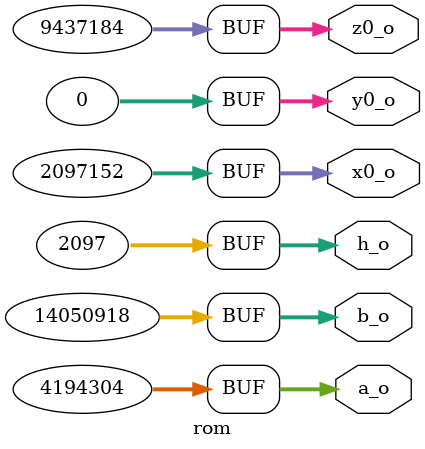
<source format=v>
module rom #(
  parameter Width = 32
) (
  output [Width-1:0] a_o,
  output [Width-1:0] b_o,
  output [Width-1:0] h_o,
  output [Width-1:0] x0_o,
  output [Width-1:0] y0_o,
  output [Width-1:0] z0_o
);

  assign     a_o = 32'b00000000010000000000000000000000; //    2.0000000000000000000000000
  assign     b_o = 32'b00000000110101100110011001100110; //    6.6999998092651367187500000
  assign     h_o = 32'b00000000000000000000100000110001; //    0.0009999275207519531250000
  assign    x0_o = 32'b00000000001000000000000000000000; //    1.0000000000000000000000000
  assign    y0_o = 32'b00000000000000000000000000000000; //    0.0000000000000000000000000
  assign    z0_o = 32'b00000000100100000000000000000000; //    4.5000000000000000000000000

endmodule

</source>
